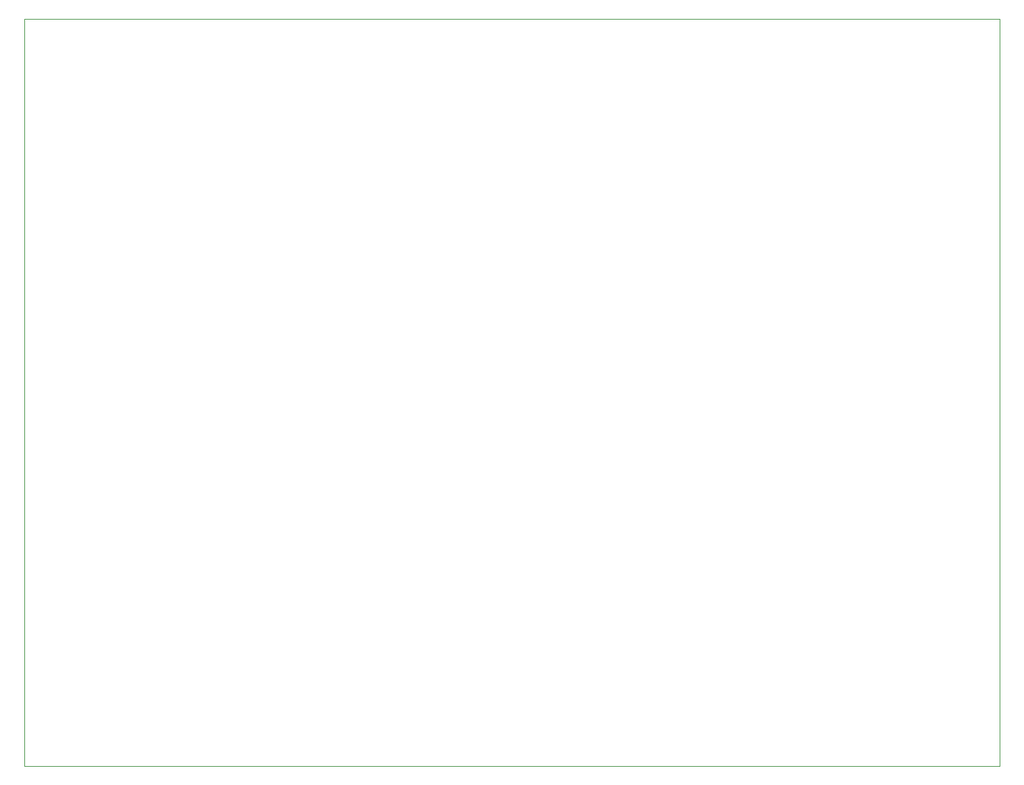
<source format=gbr>
%TF.GenerationSoftware,KiCad,Pcbnew,(5.1.8-0-10_14)*%
%TF.CreationDate,2020-12-18T11:17:03-08:00*%
%TF.ProjectId,BEN_VGA,42454e5f-5647-4412-9e6b-696361645f70,1.0*%
%TF.SameCoordinates,Original*%
%TF.FileFunction,Profile,NP*%
%FSLAX46Y46*%
G04 Gerber Fmt 4.6, Leading zero omitted, Abs format (unit mm)*
G04 Created by KiCad (PCBNEW (5.1.8-0-10_14)) date 2020-12-18 11:17:03*
%MOMM*%
%LPD*%
G01*
G04 APERTURE LIST*
%TA.AperFunction,Profile*%
%ADD10C,0.050000*%
%TD*%
G04 APERTURE END LIST*
D10*
X93980000Y-66675000D02*
X93980000Y-160274000D01*
X216027000Y-160274000D02*
X93980000Y-160274000D01*
X216027000Y-66675000D02*
X216027000Y-160274000D01*
X93980000Y-66675000D02*
X216027000Y-66675000D01*
M02*

</source>
